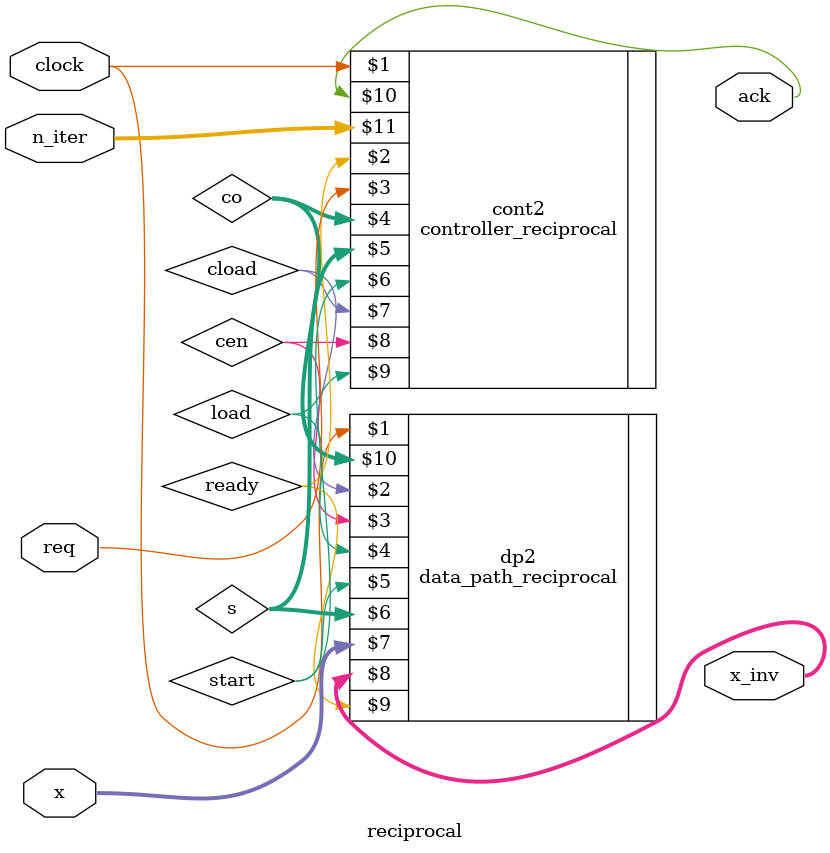
<source format=sv>
module reciprocal #(parameter N=8)(input logic clock,req,input logic [N-1:0] x,input logic[3:0] n_iter,
 output logic [2*N-1:0] x_inv,output logic ack);

    logic [1:2] s;
    logic cload,cen,load,start,ready;
    logic [3:0] co;


    data_path_reciprocal #(N) dp2(clock,cload,cen,load,start,s,x,x_inv,ready,co);
    controller_reciprocal cont2(clock,ready,req,co,s,start,cload,cen,load,ack,n_iter);


endmodule

</source>
